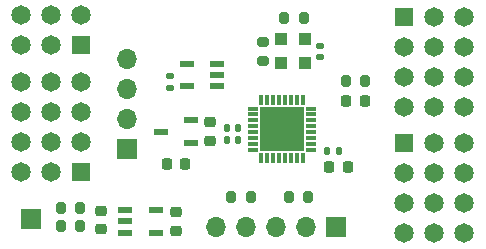
<source format=gts>
%TF.GenerationSoftware,KiCad,Pcbnew,(6.0.9)*%
%TF.CreationDate,2023-04-09T22:29:04-06:00*%
%TF.ProjectId,CRSFtoPWM,43525346-746f-4505-974d-2e6b69636164,rev?*%
%TF.SameCoordinates,Original*%
%TF.FileFunction,Soldermask,Top*%
%TF.FilePolarity,Negative*%
%FSLAX46Y46*%
G04 Gerber Fmt 4.6, Leading zero omitted, Abs format (unit mm)*
G04 Created by KiCad (PCBNEW (6.0.9)) date 2023-04-09 22:29:04*
%MOMM*%
%LPD*%
G01*
G04 APERTURE LIST*
G04 Aperture macros list*
%AMRoundRect*
0 Rectangle with rounded corners*
0 $1 Rounding radius*
0 $2 $3 $4 $5 $6 $7 $8 $9 X,Y pos of 4 corners*
0 Add a 4 corners polygon primitive as box body*
4,1,4,$2,$3,$4,$5,$6,$7,$8,$9,$2,$3,0*
0 Add four circle primitives for the rounded corners*
1,1,$1+$1,$2,$3*
1,1,$1+$1,$4,$5*
1,1,$1+$1,$6,$7*
1,1,$1+$1,$8,$9*
0 Add four rect primitives between the rounded corners*
20,1,$1+$1,$2,$3,$4,$5,0*
20,1,$1+$1,$4,$5,$6,$7,0*
20,1,$1+$1,$6,$7,$8,$9,0*
20,1,$1+$1,$8,$9,$2,$3,0*%
G04 Aperture macros list end*
%ADD10RoundRect,0.225000X0.250000X-0.225000X0.250000X0.225000X-0.250000X0.225000X-0.250000X-0.225000X0*%
%ADD11RoundRect,0.200000X-0.200000X-0.275000X0.200000X-0.275000X0.200000X0.275000X-0.200000X0.275000X0*%
%ADD12R,1.700000X1.700000*%
%ADD13RoundRect,0.200000X0.200000X0.275000X-0.200000X0.275000X-0.200000X-0.275000X0.200000X-0.275000X0*%
%ADD14RoundRect,0.218750X-0.218750X-0.256250X0.218750X-0.256250X0.218750X0.256250X-0.218750X0.256250X0*%
%ADD15R,1.000000X1.000000*%
%ADD16R,1.200000X0.600000*%
%ADD17RoundRect,0.140000X-0.140000X-0.170000X0.140000X-0.170000X0.140000X0.170000X-0.140000X0.170000X0*%
%ADD18RoundRect,0.225000X-0.225000X-0.250000X0.225000X-0.250000X0.225000X0.250000X-0.225000X0.250000X0*%
%ADD19R,1.650000X1.650000*%
%ADD20C,1.650000*%
%ADD21O,1.700000X1.700000*%
%ADD22RoundRect,0.140000X0.170000X-0.140000X0.170000X0.140000X-0.170000X0.140000X-0.170000X-0.140000X0*%
%ADD23RoundRect,0.225000X-0.250000X0.225000X-0.250000X-0.225000X0.250000X-0.225000X0.250000X0.225000X0*%
%ADD24RoundRect,0.200000X-0.275000X0.200000X-0.275000X-0.200000X0.275000X-0.200000X0.275000X0.200000X0*%
%ADD25RoundRect,0.140000X0.140000X0.170000X-0.140000X0.170000X-0.140000X-0.170000X0.140000X-0.170000X0*%
%ADD26R,0.300000X0.850000*%
%ADD27R,0.850000X0.300000*%
%ADD28R,3.700000X3.700000*%
%ADD29RoundRect,0.140000X-0.170000X0.140000X-0.170000X-0.140000X0.170000X-0.140000X0.170000X0.140000X0*%
%ADD30R,1.150000X0.600000*%
G04 APERTURE END LIST*
D10*
X148900000Y-113975000D03*
X148900000Y-112425000D03*
D11*
X145475000Y-113700000D03*
X147125000Y-113700000D03*
D12*
X142900000Y-113100000D03*
D13*
X166425000Y-111200000D03*
X164775000Y-111200000D03*
D14*
X168212500Y-108700000D03*
X169787500Y-108700000D03*
D15*
X166100000Y-97900000D03*
X164100000Y-97900000D03*
X164100000Y-99900000D03*
X166100000Y-99900000D03*
D16*
X156450000Y-106650000D03*
X156450000Y-104750000D03*
X153950000Y-105700000D03*
D17*
X168020000Y-107300000D03*
X168980000Y-107300000D03*
D18*
X154425000Y-108400000D03*
X155975000Y-108400000D03*
D19*
X174560000Y-106690000D03*
D20*
X177100000Y-106690000D03*
X179640000Y-106690000D03*
X174560000Y-109230000D03*
X177100000Y-109230000D03*
X179640000Y-109230000D03*
X174560000Y-111770000D03*
X177100000Y-111770000D03*
X179640000Y-111770000D03*
X174560000Y-114310000D03*
X177100000Y-114310000D03*
X179640000Y-114310000D03*
D12*
X168775000Y-113800000D03*
D21*
X166235000Y-113800000D03*
X163695000Y-113800000D03*
X161155000Y-113800000D03*
X158615000Y-113800000D03*
D13*
X161525000Y-111200000D03*
X159875000Y-111200000D03*
D22*
X154700000Y-101980000D03*
X154700000Y-101020000D03*
D23*
X155200000Y-112525000D03*
X155200000Y-114075000D03*
D24*
X162600000Y-98075000D03*
X162600000Y-99725000D03*
D19*
X147200000Y-98400000D03*
D20*
X144660000Y-98400000D03*
X142120000Y-98400000D03*
X147200000Y-95860000D03*
X144660000Y-95860000D03*
X142120000Y-95860000D03*
D25*
X160480000Y-106400000D03*
X159520000Y-106400000D03*
D16*
X158650000Y-101850000D03*
X158650000Y-100900000D03*
X158650000Y-99950000D03*
X156150000Y-99950000D03*
X156150000Y-101850000D03*
D12*
X151100000Y-107200000D03*
D21*
X151100000Y-104660000D03*
X151100000Y-102120000D03*
X151100000Y-99580000D03*
D11*
X169575000Y-101400000D03*
X171225000Y-101400000D03*
D26*
X162450000Y-107950000D03*
X162950000Y-107950000D03*
X163450000Y-107950000D03*
X163950000Y-107950000D03*
X164450000Y-107950000D03*
X164950000Y-107950000D03*
X165450000Y-107950000D03*
X165950000Y-107950000D03*
D27*
X166650000Y-107250000D03*
X166650000Y-106750000D03*
X166650000Y-106250000D03*
X166650000Y-105750000D03*
X166650000Y-105250000D03*
X166650000Y-104750000D03*
X166650000Y-104250000D03*
X166650000Y-103750000D03*
D26*
X165950000Y-103050000D03*
X165450000Y-103050000D03*
X164950000Y-103050000D03*
X164450000Y-103050000D03*
X163950000Y-103050000D03*
X163450000Y-103050000D03*
X162950000Y-103050000D03*
X162450000Y-103050000D03*
D27*
X161750000Y-103750000D03*
X161750000Y-104250000D03*
X161750000Y-104750000D03*
X161750000Y-105250000D03*
X161750000Y-105750000D03*
X161750000Y-106250000D03*
X161750000Y-106750000D03*
X161750000Y-107250000D03*
D28*
X164200000Y-105500000D03*
D13*
X166025000Y-96100000D03*
X164375000Y-96100000D03*
D23*
X158100000Y-104925000D03*
X158100000Y-106475000D03*
D29*
X167400000Y-98420000D03*
X167400000Y-99380000D03*
D19*
X147200000Y-109100000D03*
D20*
X144660000Y-109100000D03*
X142120000Y-109100000D03*
X147200000Y-106560000D03*
X144660000Y-106560000D03*
X142120000Y-106560000D03*
X147200000Y-104020000D03*
X144660000Y-104020000D03*
X142120000Y-104020000D03*
X147200000Y-101480000D03*
X144660000Y-101480000D03*
X142120000Y-101480000D03*
D25*
X160480000Y-105400000D03*
X159520000Y-105400000D03*
D30*
X150900000Y-112350000D03*
X150900000Y-113300000D03*
X150900000Y-114250000D03*
X153500000Y-114250000D03*
X153500000Y-112350000D03*
D19*
X174560000Y-96020000D03*
D20*
X177100000Y-96020000D03*
X179640000Y-96020000D03*
X174560000Y-98560000D03*
X177100000Y-98560000D03*
X179640000Y-98560000D03*
X174560000Y-101100000D03*
X177100000Y-101100000D03*
X179640000Y-101100000D03*
X174560000Y-103640000D03*
X177100000Y-103640000D03*
X179640000Y-103640000D03*
D13*
X147125000Y-112200000D03*
X145475000Y-112200000D03*
D14*
X169632500Y-103100000D03*
X171207500Y-103100000D03*
M02*

</source>
